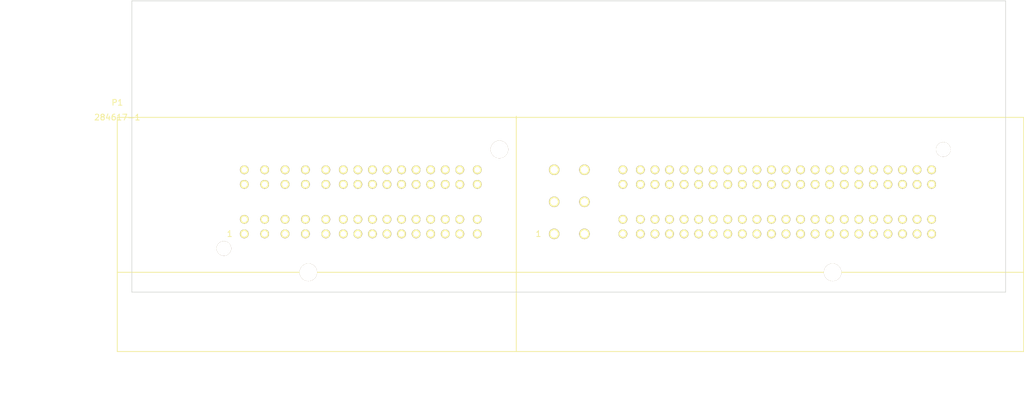
<source format=kicad_pcb>
(kicad_pcb (version 3) (host pcbnew "(2013-07-07 BZR 4022)-stable")

  (general
    (links 0)
    (no_connects 0)
    (area 52.428573 94.949999 228.429001 167.7)
    (thickness 1.6)
    (drawings 6)
    (tracks 0)
    (zones 0)
    (modules 1)
    (nets 1)
  )

  (page A3)
  (layers
    (15 F.Cu signal)
    (0 B.Cu signal)
    (16 B.Adhes user)
    (17 F.Adhes user)
    (18 B.Paste user)
    (19 F.Paste user)
    (20 B.SilkS user)
    (21 F.SilkS user)
    (22 B.Mask user)
    (23 F.Mask user)
    (24 Dwgs.User user)
    (25 Cmts.User user)
    (26 Eco1.User user)
    (27 Eco2.User user)
    (28 Edge.Cuts user)
  )

  (setup
    (last_trace_width 0.254)
    (trace_clearance 0.254)
    (zone_clearance 0.508)
    (zone_45_only no)
    (trace_min 0.254)
    (segment_width 0.2)
    (edge_width 0.1)
    (via_size 0.889)
    (via_drill 0.635)
    (via_min_size 0.889)
    (via_min_drill 0.508)
    (uvia_size 0.508)
    (uvia_drill 0.127)
    (uvias_allowed no)
    (uvia_min_size 0.508)
    (uvia_min_drill 0.127)
    (pcb_text_width 0.3)
    (pcb_text_size 1.5 1.5)
    (mod_edge_width 0.15)
    (mod_text_size 1 1)
    (mod_text_width 0.15)
    (pad_size 1.5 1.5)
    (pad_drill 1)
    (pad_to_mask_clearance 0)
    (aux_axis_origin 0 0)
    (visible_elements FFFFFFBF)
    (pcbplotparams
      (layerselection 3178497)
      (usegerberextensions true)
      (excludeedgelayer true)
      (linewidth 0.150000)
      (plotframeref false)
      (viasonmask false)
      (mode 1)
      (useauxorigin false)
      (hpglpennumber 1)
      (hpglpenspeed 20)
      (hpglpendiameter 15)
      (hpglpenoverlay 2)
      (psnegative false)
      (psa4output false)
      (plotreference true)
      (plotvalue true)
      (plotothertext true)
      (plotinvisibletext false)
      (padsonsilk false)
      (subtractmaskfromsilk false)
      (outputformat 1)
      (mirror false)
      (drillshape 1)
      (scaleselection 1)
      (outputdirectory ""))
  )

  (net 0 "")

  (net_class Default "Это класс цепей по умолчанию."
    (clearance 0.254)
    (trace_width 0.254)
    (via_dia 0.889)
    (via_drill 0.635)
    (uvia_dia 0.508)
    (uvia_drill 0.127)
    (add_net "")
  )

  (module 284617-1 (layer F.Cu) (tedit 5385CECD) (tstamp 5385D024)
    (at 72.5 115)
    (path /5385CF08)
    (fp_text reference P1 (at 0 -2.54) (layer F.SilkS)
      (effects (font (size 1 1) (thickness 0.15)))
    )
    (fp_text value 284617-1 (at 0 0) (layer F.SilkS)
      (effects (font (size 1 1) (thickness 0.15)))
    )
    (fp_text user 1 (at 72.3 20) (layer F.SilkS)
      (effects (font (size 1 1) (thickness 0.15)))
    )
    (fp_text user 1 (at 19.3 20) (layer F.SilkS)
      (effects (font (size 1 1) (thickness 0.15)))
    )
    (fp_line (start 68.5 0) (end 68.5 40.2) (layer F.SilkS) (width 0.15))
    (fp_line (start 0 26.6) (end 155.6 26.6) (layer F.SilkS) (width 0.15))
    (fp_line (start 0 0) (end 0 40.2) (layer F.SilkS) (width 0.15))
    (fp_line (start 0 40.2) (end 155.6 40.2) (layer F.SilkS) (width 0.15))
    (fp_line (start 155.6 40.2) (end 155.6 0) (layer F.SilkS) (width 0.15))
    (fp_line (start 68.5 -0.2) (end 68.5 0.2) (layer F.SilkS) (width 0.15))
    (fp_line (start 0 0) (end 155.6 0) (layer F.SilkS) (width 0.15))
    (pad "" thru_hole circle (at 32.8 26.6) (size 3 3) (drill 3)
      (layers *.Cu *.Mask F.SilkS)
    )
    (pad "" thru_hole circle (at 122.8 26.6) (size 3 3) (drill 3)
      (layers *.Cu *.Mask F.SilkS)
    )
    (pad "" thru_hole circle (at 65.6 5.5) (size 3 3) (drill 3)
      (layers *.Cu *.Mask F.SilkS)
    )
    (pad "" thru_hole circle (at 141.8 5.5) (size 2.5 2.5) (drill 2.5)
      (layers *.Cu *.Mask F.SilkS)
    )
    (pad "" thru_hole circle (at 18.3 22.5) (size 2.5 2.5) (drill 2.5)
      (layers *.Cu *.Mask F.SilkS)
    )
    (pad 1 thru_hole circle (at 21.8 20) (size 1.5 1.5) (drill 1)
      (layers *.Cu *.Mask F.SilkS)
    )
    (pad 2 thru_hole circle (at 25.3 20) (size 1.5 1.5) (drill 1)
      (layers *.Cu *.Mask F.SilkS)
    )
    (pad 3 thru_hole circle (at 28.8 20) (size 1.5 1.5) (drill 1)
      (layers *.Cu *.Mask F.SilkS)
    )
    (pad 4 thru_hole circle (at 32.3 20) (size 1.5 1.5) (drill 1)
      (layers *.Cu *.Mask F.SilkS)
    )
    (pad 5 thru_hole circle (at 35.8 20) (size 1.5 1.5) (drill 1)
      (layers *.Cu *.Mask F.SilkS)
    )
    (pad 6 thru_hole circle (at 38.8 20) (size 1.5 1.5) (drill 1)
      (layers *.Cu *.Mask F.SilkS)
    )
    (pad 7 thru_hole circle (at 41.3 20) (size 1.5 1.5) (drill 1)
      (layers *.Cu *.Mask F.SilkS)
    )
    (pad 8 thru_hole circle (at 43.8 20) (size 1.5 1.5) (drill 1)
      (layers *.Cu *.Mask F.SilkS)
    )
    (pad 9 thru_hole circle (at 46.3 20) (size 1.5 1.5) (drill 1)
      (layers *.Cu *.Mask F.SilkS)
    )
    (pad 10 thru_hole circle (at 48.8 20) (size 1.5 1.5) (drill 1)
      (layers *.Cu *.Mask F.SilkS)
    )
    (pad 11 thru_hole circle (at 51.3 20) (size 1.5 1.5) (drill 1)
      (layers *.Cu *.Mask F.SilkS)
    )
    (pad 12 thru_hole circle (at 53.8 20) (size 1.5 1.5) (drill 1)
      (layers *.Cu *.Mask F.SilkS)
    )
    (pad 13 thru_hole circle (at 56.3 20) (size 1.5 1.5) (drill 1)
      (layers *.Cu *.Mask F.SilkS)
    )
    (pad 14 thru_hole circle (at 58.8 20) (size 1.5 1.5) (drill 1)
      (layers *.Cu *.Mask F.SilkS)
    )
    (pad 15 thru_hole circle (at 61.8 20) (size 1.5 1.5) (drill 1)
      (layers *.Cu *.Mask F.SilkS)
    )
    (pad 16 thru_hole circle (at 21.8 17.5) (size 1.5 1.5) (drill 1)
      (layers *.Cu *.Mask F.SilkS)
    )
    (pad 17 thru_hole circle (at 25.3 17.5) (size 1.5 1.5) (drill 1)
      (layers *.Cu *.Mask F.SilkS)
    )
    (pad 18 thru_hole circle (at 28.8 17.5) (size 1.5 1.5) (drill 1)
      (layers *.Cu *.Mask F.SilkS)
    )
    (pad 19 thru_hole circle (at 32.3 17.5) (size 1.5 1.5) (drill 1)
      (layers *.Cu *.Mask F.SilkS)
    )
    (pad 20 thru_hole circle (at 35.8 17.5) (size 1.5 1.5) (drill 1)
      (layers *.Cu *.Mask F.SilkS)
    )
    (pad 21 thru_hole circle (at 38.8 17.5) (size 1.5 1.5) (drill 1)
      (layers *.Cu *.Mask F.SilkS)
    )
    (pad 22 thru_hole circle (at 41.3 17.5) (size 1.5 1.5) (drill 1)
      (layers *.Cu *.Mask F.SilkS)
    )
    (pad 23 thru_hole circle (at 43.8 17.5) (size 1.5 1.5) (drill 1)
      (layers *.Cu *.Mask F.SilkS)
    )
    (pad 24 thru_hole circle (at 46.3 17.5) (size 1.5 1.5) (drill 1)
      (layers *.Cu *.Mask F.SilkS)
    )
    (pad 25 thru_hole circle (at 48.8 17.5) (size 1.5 1.5) (drill 1)
      (layers *.Cu *.Mask F.SilkS)
    )
    (pad 26 thru_hole circle (at 51.3 17.5) (size 1.5 1.5) (drill 1)
      (layers *.Cu *.Mask F.SilkS)
    )
    (pad 27 thru_hole circle (at 53.8 17.5) (size 1.5 1.5) (drill 1)
      (layers *.Cu *.Mask F.SilkS)
    )
    (pad 28 thru_hole circle (at 56.3 17.5) (size 1.5 1.5) (drill 1)
      (layers *.Cu *.Mask F.SilkS)
    )
    (pad 29 thru_hole circle (at 58.8 17.5) (size 1.5 1.5) (drill 1)
      (layers *.Cu *.Mask F.SilkS)
    )
    (pad 30 thru_hole circle (at 61.8 17.5) (size 1.5 1.5) (drill 1)
      (layers *.Cu *.Mask F.SilkS)
    )
    (pad 31 thru_hole circle (at 21.8 11.5) (size 1.5 1.5) (drill 1)
      (layers *.Cu *.Mask F.SilkS)
    )
    (pad 32 thru_hole circle (at 25.3 11.5) (size 1.5 1.5) (drill 1)
      (layers *.Cu *.Mask F.SilkS)
    )
    (pad 33 thru_hole circle (at 28.8 11.5) (size 1.5 1.5) (drill 1)
      (layers *.Cu *.Mask F.SilkS)
    )
    (pad 34 thru_hole circle (at 32.3 11.5) (size 1.5 1.5) (drill 1)
      (layers *.Cu *.Mask F.SilkS)
    )
    (pad 35 thru_hole circle (at 35.8 11.5) (size 1.5 1.5) (drill 1)
      (layers *.Cu *.Mask F.SilkS)
    )
    (pad 36 thru_hole circle (at 38.8 11.5) (size 1.5 1.5) (drill 1)
      (layers *.Cu *.Mask F.SilkS)
    )
    (pad 37 thru_hole circle (at 41.3 11.5) (size 1.5 1.5) (drill 1)
      (layers *.Cu *.Mask F.SilkS)
    )
    (pad 38 thru_hole circle (at 43.8 11.5) (size 1.5 1.5) (drill 1)
      (layers *.Cu *.Mask F.SilkS)
    )
    (pad 39 thru_hole circle (at 46.3 11.5) (size 1.5 1.5) (drill 1)
      (layers *.Cu *.Mask F.SilkS)
    )
    (pad 40 thru_hole circle (at 48.8 11.5) (size 1.5 1.5) (drill 1)
      (layers *.Cu *.Mask F.SilkS)
    )
    (pad 41 thru_hole circle (at 51.3 11.5) (size 1.5 1.5) (drill 1)
      (layers *.Cu *.Mask F.SilkS)
    )
    (pad 42 thru_hole circle (at 53.8 11.5) (size 1.5 1.5) (drill 1)
      (layers *.Cu *.Mask F.SilkS)
    )
    (pad 43 thru_hole circle (at 56.3 11.5) (size 1.5 1.5) (drill 1)
      (layers *.Cu *.Mask F.SilkS)
    )
    (pad 44 thru_hole circle (at 58.8 11.5) (size 1.5 1.5) (drill 1)
      (layers *.Cu *.Mask F.SilkS)
    )
    (pad 45 thru_hole circle (at 61.8 11.5) (size 1.5 1.5) (drill 1)
      (layers *.Cu *.Mask F.SilkS)
    )
    (pad 46 thru_hole circle (at 21.8 9) (size 1.5 1.5) (drill 1)
      (layers *.Cu *.Mask F.SilkS)
    )
    (pad 47 thru_hole circle (at 25.3 9) (size 1.5 1.5) (drill 1)
      (layers *.Cu *.Mask F.SilkS)
    )
    (pad 48 thru_hole circle (at 28.8 9) (size 1.5 1.5) (drill 1)
      (layers *.Cu *.Mask F.SilkS)
    )
    (pad 49 thru_hole circle (at 32.3 9) (size 1.5 1.5) (drill 1)
      (layers *.Cu *.Mask F.SilkS)
    )
    (pad 50 thru_hole circle (at 35.8 9) (size 1.5 1.5) (drill 1)
      (layers *.Cu *.Mask F.SilkS)
    )
    (pad 51 thru_hole circle (at 38.8 9) (size 1.5 1.5) (drill 1)
      (layers *.Cu *.Mask F.SilkS)
    )
    (pad 52 thru_hole circle (at 41.3 9) (size 1.5 1.5) (drill 1)
      (layers *.Cu *.Mask F.SilkS)
    )
    (pad 53 thru_hole circle (at 43.8 9) (size 1.5 1.5) (drill 1)
      (layers *.Cu *.Mask F.SilkS)
    )
    (pad 54 thru_hole circle (at 46.3 9) (size 1.5 1.5) (drill 1)
      (layers *.Cu *.Mask F.SilkS)
    )
    (pad 55 thru_hole circle (at 48.8 9) (size 1.5 1.5) (drill 1)
      (layers *.Cu *.Mask F.SilkS)
    )
    (pad 56 thru_hole circle (at 51.3 9) (size 1.5 1.5) (drill 1)
      (layers *.Cu *.Mask F.SilkS)
    )
    (pad 57 thru_hole circle (at 53.8 9) (size 1.5 1.5) (drill 1)
      (layers *.Cu *.Mask F.SilkS)
    )
    (pad 58 thru_hole circle (at 56.3 9) (size 1.5 1.5) (drill 1)
      (layers *.Cu *.Mask F.SilkS)
    )
    (pad 59 thru_hole circle (at 58.8 9) (size 1.5 1.5) (drill 1)
      (layers *.Cu *.Mask F.SilkS)
    )
    (pad 60 thru_hole circle (at 61.8 9) (size 1.5 1.5) (drill 1)
      (layers *.Cu *.Mask F.SilkS)
    )
    (pad 61 thru_hole circle (at 75 20) (size 1.8 1.8) (drill 1.3)
      (layers *.Cu *.Mask F.SilkS)
    )
    (pad 62 thru_hole circle (at 80.2 20) (size 1.8 1.8) (drill 1.3)
      (layers *.Cu *.Mask F.SilkS)
    )
    (pad 63 thru_hole circle (at 75 14.5) (size 1.8 1.8) (drill 1.3)
      (layers *.Cu *.Mask F.SilkS)
    )
    (pad 64 thru_hole circle (at 80.2 14.5) (size 1.8 1.8) (drill 1.3)
      (layers *.Cu *.Mask F.SilkS)
    )
    (pad 65 thru_hole circle (at 75 9) (size 1.8 1.8) (drill 1.3)
      (layers *.Cu *.Mask F.SilkS)
    )
    (pad 66 thru_hole circle (at 80.2 9) (size 1.8 1.8) (drill 1.3)
      (layers *.Cu *.Mask F.SilkS)
    )
    (pad 67 thru_hole circle (at 86.8 20) (size 1.5 1.5) (drill 1)
      (layers *.Cu *.Mask F.SilkS)
    )
    (pad 68 thru_hole circle (at 89.8 20) (size 1.5 1.5) (drill 1)
      (layers *.Cu *.Mask F.SilkS)
    )
    (pad 69 thru_hole circle (at 92.3 20) (size 1.5 1.5) (drill 1)
      (layers *.Cu *.Mask F.SilkS)
    )
    (pad 70 thru_hole circle (at 94.8 20) (size 1.5 1.5) (drill 1)
      (layers *.Cu *.Mask F.SilkS)
    )
    (pad 71 thru_hole circle (at 97.3 20) (size 1.5 1.5) (drill 1)
      (layers *.Cu *.Mask F.SilkS)
    )
    (pad 72 thru_hole circle (at 99.8 20) (size 1.5 1.5) (drill 1)
      (layers *.Cu *.Mask F.SilkS)
    )
    (pad 73 thru_hole circle (at 102.3 20) (size 1.5 1.5) (drill 1)
      (layers *.Cu *.Mask F.SilkS)
    )
    (pad 74 thru_hole circle (at 104.8 20) (size 1.5 1.5) (drill 1)
      (layers *.Cu *.Mask F.SilkS)
    )
    (pad 75 thru_hole circle (at 107.3 20) (size 1.5 1.5) (drill 1)
      (layers *.Cu *.Mask F.SilkS)
    )
    (pad 76 thru_hole circle (at 109.8 20) (size 1.5 1.5) (drill 1)
      (layers *.Cu *.Mask F.SilkS)
    )
    (pad 77 thru_hole circle (at 112.3 20) (size 1.5 1.5) (drill 1)
      (layers *.Cu *.Mask F.SilkS)
    )
    (pad 78 thru_hole circle (at 114.8 20) (size 1.5 1.5) (drill 1)
      (layers *.Cu *.Mask F.SilkS)
    )
    (pad 79 thru_hole circle (at 117.3 20) (size 1.5 1.5) (drill 1)
      (layers *.Cu *.Mask F.SilkS)
    )
    (pad 80 thru_hole circle (at 119.8 20) (size 1.5 1.5) (drill 1)
      (layers *.Cu *.Mask F.SilkS)
    )
    (pad 81 thru_hole circle (at 122.3 20) (size 1.5 1.5) (drill 1)
      (layers *.Cu *.Mask F.SilkS)
    )
    (pad 82 thru_hole circle (at 124.8 20) (size 1.5 1.5) (drill 1)
      (layers *.Cu *.Mask F.SilkS)
    )
    (pad 83 thru_hole circle (at 127.3 20) (size 1.5 1.5) (drill 1)
      (layers *.Cu *.Mask F.SilkS)
    )
    (pad 84 thru_hole circle (at 129.8 20) (size 1.5 1.5) (drill 1)
      (layers *.Cu *.Mask F.SilkS)
    )
    (pad 85 thru_hole circle (at 132.3 20) (size 1.5 1.5) (drill 1)
      (layers *.Cu *.Mask F.SilkS)
    )
    (pad 86 thru_hole circle (at 134.8 20) (size 1.5 1.5) (drill 1)
      (layers *.Cu *.Mask F.SilkS)
    )
    (pad 87 thru_hole circle (at 137.3 20) (size 1.5 1.5) (drill 1)
      (layers *.Cu *.Mask F.SilkS)
    )
    (pad 88 thru_hole circle (at 139.8 20) (size 1.5 1.5) (drill 1)
      (layers *.Cu *.Mask F.SilkS)
    )
    (pad 89 thru_hole circle (at 86.8 17.5) (size 1.5 1.5) (drill 1)
      (layers *.Cu *.Mask F.SilkS)
    )
    (pad 90 thru_hole circle (at 89.8 17.5) (size 1.5 1.5) (drill 1)
      (layers *.Cu *.Mask F.SilkS)
    )
    (pad 91 thru_hole circle (at 92.3 17.5) (size 1.5 1.5) (drill 1)
      (layers *.Cu *.Mask F.SilkS)
    )
    (pad 92 thru_hole circle (at 94.8 17.5) (size 1.5 1.5) (drill 1)
      (layers *.Cu *.Mask F.SilkS)
    )
    (pad 93 thru_hole circle (at 97.3 17.5) (size 1.5 1.5) (drill 1)
      (layers *.Cu *.Mask F.SilkS)
    )
    (pad 94 thru_hole circle (at 99.8 17.5) (size 1.5 1.5) (drill 1)
      (layers *.Cu *.Mask F.SilkS)
    )
    (pad 95 thru_hole circle (at 102.3 17.5) (size 1.5 1.5) (drill 1)
      (layers *.Cu *.Mask F.SilkS)
    )
    (pad 96 thru_hole circle (at 104.8 17.5) (size 1.5 1.5) (drill 1)
      (layers *.Cu *.Mask F.SilkS)
    )
    (pad 97 thru_hole circle (at 107.3 17.5) (size 1.5 1.5) (drill 1)
      (layers *.Cu *.Mask F.SilkS)
    )
    (pad 98 thru_hole circle (at 109.8 17.5) (size 1.5 1.5) (drill 1)
      (layers *.Cu *.Mask F.SilkS)
    )
    (pad 99 thru_hole circle (at 112.3 17.5) (size 1.5 1.5) (drill 1)
      (layers *.Cu *.Mask F.SilkS)
    )
    (pad 100 thru_hole circle (at 114.8 17.5) (size 1.5 1.5) (drill 1)
      (layers *.Cu *.Mask F.SilkS)
    )
    (pad 101 thru_hole circle (at 117.3 17.5) (size 1.5 1.5) (drill 1)
      (layers *.Cu *.Mask F.SilkS)
    )
    (pad 102 thru_hole circle (at 119.8 17.5) (size 1.5 1.5) (drill 1)
      (layers *.Cu *.Mask F.SilkS)
    )
    (pad 103 thru_hole circle (at 122.3 17.5) (size 1.5 1.5) (drill 1)
      (layers *.Cu *.Mask F.SilkS)
    )
    (pad 104 thru_hole circle (at 124.8 17.5) (size 1.5 1.5) (drill 1)
      (layers *.Cu *.Mask F.SilkS)
    )
    (pad 105 thru_hole circle (at 127.3 17.5) (size 1.5 1.5) (drill 1)
      (layers *.Cu *.Mask F.SilkS)
    )
    (pad 106 thru_hole circle (at 129.8 17.5) (size 1.5 1.5) (drill 1)
      (layers *.Cu *.Mask F.SilkS)
    )
    (pad 107 thru_hole circle (at 132.3 17.5) (size 1.5 1.5) (drill 1)
      (layers *.Cu *.Mask F.SilkS)
    )
    (pad 108 thru_hole circle (at 134.8 17.5) (size 1.5 1.5) (drill 1)
      (layers *.Cu *.Mask F.SilkS)
    )
    (pad 109 thru_hole circle (at 137.3 17.5) (size 1.5 1.5) (drill 1)
      (layers *.Cu *.Mask F.SilkS)
    )
    (pad 110 thru_hole circle (at 139.8 17.5) (size 1.5 1.5) (drill 1)
      (layers *.Cu *.Mask F.SilkS)
    )
    (pad 111 thru_hole circle (at 86.8 11.5) (size 1.5 1.5) (drill 1)
      (layers *.Cu *.Mask F.SilkS)
    )
    (pad 112 thru_hole circle (at 89.8 11.5) (size 1.5 1.5) (drill 1)
      (layers *.Cu *.Mask F.SilkS)
    )
    (pad 113 thru_hole circle (at 92.3 11.5) (size 1.5 1.5) (drill 1)
      (layers *.Cu *.Mask F.SilkS)
    )
    (pad 114 thru_hole circle (at 94.8 11.5) (size 1.5 1.5) (drill 1)
      (layers *.Cu *.Mask F.SilkS)
    )
    (pad 115 thru_hole circle (at 97.3 11.5) (size 1.5 1.5) (drill 1)
      (layers *.Cu *.Mask F.SilkS)
    )
    (pad 116 thru_hole circle (at 99.8 11.5) (size 1.5 1.5) (drill 1)
      (layers *.Cu *.Mask F.SilkS)
    )
    (pad 117 thru_hole circle (at 102.3 11.5) (size 1.5 1.5) (drill 1)
      (layers *.Cu *.Mask F.SilkS)
    )
    (pad 118 thru_hole circle (at 104.8 11.5) (size 1.5 1.5) (drill 1)
      (layers *.Cu *.Mask F.SilkS)
    )
    (pad 119 thru_hole circle (at 107.3 11.5) (size 1.5 1.5) (drill 1)
      (layers *.Cu *.Mask F.SilkS)
    )
    (pad 120 thru_hole circle (at 109.8 11.5) (size 1.5 1.5) (drill 1)
      (layers *.Cu *.Mask F.SilkS)
    )
    (pad 121 thru_hole circle (at 112.3 11.5) (size 1.5 1.5) (drill 1)
      (layers *.Cu *.Mask F.SilkS)
    )
    (pad 122 thru_hole circle (at 114.8 11.5) (size 1.5 1.5) (drill 1)
      (layers *.Cu *.Mask F.SilkS)
    )
    (pad 123 thru_hole circle (at 117.3 11.5) (size 1.5 1.5) (drill 1)
      (layers *.Cu *.Mask F.SilkS)
    )
    (pad 124 thru_hole circle (at 119.8 11.5) (size 1.5 1.5) (drill 1)
      (layers *.Cu *.Mask F.SilkS)
    )
    (pad 125 thru_hole circle (at 122.3 11.5) (size 1.5 1.5) (drill 1)
      (layers *.Cu *.Mask F.SilkS)
    )
    (pad 126 thru_hole circle (at 124.8 11.5) (size 1.5 1.5) (drill 1)
      (layers *.Cu *.Mask F.SilkS)
    )
    (pad 127 thru_hole circle (at 127.3 11.5) (size 1.5 1.5) (drill 1)
      (layers *.Cu *.Mask F.SilkS)
    )
    (pad 128 thru_hole circle (at 129.8 11.5) (size 1.5 1.5) (drill 1)
      (layers *.Cu *.Mask F.SilkS)
    )
    (pad 129 thru_hole circle (at 132.3 11.5) (size 1.5 1.5) (drill 1)
      (layers *.Cu *.Mask F.SilkS)
    )
    (pad 130 thru_hole circle (at 134.8 11.5) (size 1.5 1.5) (drill 1)
      (layers *.Cu *.Mask F.SilkS)
    )
    (pad 131 thru_hole circle (at 137.3 11.5) (size 1.5 1.5) (drill 1)
      (layers *.Cu *.Mask F.SilkS)
    )
    (pad 132 thru_hole circle (at 139.8 11.5) (size 1.5 1.5) (drill 1)
      (layers *.Cu *.Mask F.SilkS)
    )
    (pad 133 thru_hole circle (at 86.8 9) (size 1.5 1.5) (drill 1)
      (layers *.Cu *.Mask F.SilkS)
    )
    (pad 134 thru_hole circle (at 89.8 9) (size 1.5 1.5) (drill 1)
      (layers *.Cu *.Mask F.SilkS)
    )
    (pad 135 thru_hole circle (at 92.3 9) (size 1.5 1.5) (drill 1)
      (layers *.Cu *.Mask F.SilkS)
    )
    (pad 136 thru_hole circle (at 94.8 9) (size 1.5 1.5) (drill 1)
      (layers *.Cu *.Mask F.SilkS)
    )
    (pad 137 thru_hole circle (at 97.3 9) (size 1.5 1.5) (drill 1)
      (layers *.Cu *.Mask F.SilkS)
    )
    (pad 138 thru_hole circle (at 99.8 9) (size 1.5 1.5) (drill 1)
      (layers *.Cu *.Mask F.SilkS)
    )
    (pad 139 thru_hole circle (at 102.3 9) (size 1.5 1.5) (drill 1)
      (layers *.Cu *.Mask F.SilkS)
    )
    (pad 140 thru_hole circle (at 104.8 9) (size 1.5 1.5) (drill 1)
      (layers *.Cu *.Mask F.SilkS)
    )
    (pad 141 thru_hole circle (at 107.3 9) (size 1.5 1.5) (drill 1)
      (layers *.Cu *.Mask F.SilkS)
    )
    (pad 142 thru_hole circle (at 109.8 9) (size 1.5 1.5) (drill 1)
      (layers *.Cu *.Mask F.SilkS)
    )
    (pad 143 thru_hole circle (at 112.3 9) (size 1.5 1.5) (drill 1)
      (layers *.Cu *.Mask F.SilkS)
    )
    (pad 144 thru_hole circle (at 114.8 9) (size 1.5 1.5) (drill 1)
      (layers *.Cu *.Mask F.SilkS)
    )
    (pad 145 thru_hole circle (at 117.3 9) (size 1.5 1.5) (drill 1)
      (layers *.Cu *.Mask F.SilkS)
    )
    (pad 146 thru_hole circle (at 119.8 9) (size 1.5 1.5) (drill 1)
      (layers *.Cu *.Mask F.SilkS)
    )
    (pad 147 thru_hole circle (at 122.3 9) (size 1.5 1.5) (drill 1)
      (layers *.Cu *.Mask F.SilkS)
    )
    (pad 148 thru_hole circle (at 124.8 9) (size 1.5 1.5) (drill 1)
      (layers *.Cu *.Mask F.SilkS)
    )
    (pad 149 thru_hole circle (at 127.3 9) (size 1.5 1.5) (drill 1)
      (layers *.Cu *.Mask F.SilkS)
    )
    (pad 150 thru_hole circle (at 129.8 9) (size 1.5 1.5) (drill 1)
      (layers *.Cu *.Mask F.SilkS)
    )
    (pad 151 thru_hole circle (at 132.3 9) (size 1.5 1.5) (drill 1)
      (layers *.Cu *.Mask F.SilkS)
    )
    (pad 152 thru_hole circle (at 134.8 9) (size 1.5 1.5) (drill 1)
      (layers *.Cu *.Mask F.SilkS)
    )
    (pad 153 thru_hole circle (at 137.3 9) (size 1.5 1.5) (drill 1)
      (layers *.Cu *.Mask F.SilkS)
    )
    (pad 154 thru_hole circle (at 139.8 9) (size 1.5 1.5) (drill 1)
      (layers *.Cu *.Mask F.SilkS)
    )
  )

  (dimension 50 (width 0.3) (layer Cmts.User)
    (gr_text "50,000 мм" (at 58.650001 119.999999 270) (layer Cmts.User)
      (effects (font (size 1.5 1.5) (thickness 0.3)))
    )
    (feature1 (pts (xy 75 145) (xy 57.300001 144.999999)))
    (feature2 (pts (xy 75 95) (xy 57.300001 94.999999)))
    (crossbar (pts (xy 60.000001 94.999999) (xy 60.000001 144.999999)))
    (arrow1a (pts (xy 60.000001 144.999999) (xy 59.413581 143.873496)))
    (arrow1b (pts (xy 60.000001 144.999999) (xy 60.586421 143.873496)))
    (arrow2a (pts (xy 60.000001 94.999999) (xy 59.413581 96.126502)))
    (arrow2b (pts (xy 60.000001 94.999999) (xy 60.586421 96.126502)))
  )
  (dimension 150 (width 0.3) (layer Cmts.User)
    (gr_text "150,000 мм" (at 150 166.349999) (layer Cmts.User)
      (effects (font (size 1.5 1.5) (thickness 0.3)))
    )
    (feature1 (pts (xy 225 145) (xy 225 167.699999)))
    (feature2 (pts (xy 75 145) (xy 75 167.699999)))
    (crossbar (pts (xy 75 164.999999) (xy 225 164.999999)))
    (arrow1a (pts (xy 225 164.999999) (xy 223.873497 165.586419)))
    (arrow1b (pts (xy 225 164.999999) (xy 223.873497 164.413579)))
    (arrow2a (pts (xy 75 164.999999) (xy 76.126503 165.586419)))
    (arrow2b (pts (xy 75 164.999999) (xy 76.126503 164.413579)))
  )
  (gr_line (start 225 145) (end 75 145) (angle 90) (layer Edge.Cuts) (width 0.1))
  (gr_line (start 225 95) (end 225 145) (angle 90) (layer Edge.Cuts) (width 0.1))
  (gr_line (start 75 95) (end 225 95) (angle 90) (layer Edge.Cuts) (width 0.1))
  (gr_line (start 75 145) (end 75 95) (angle 90) (layer Edge.Cuts) (width 0.1))

)

</source>
